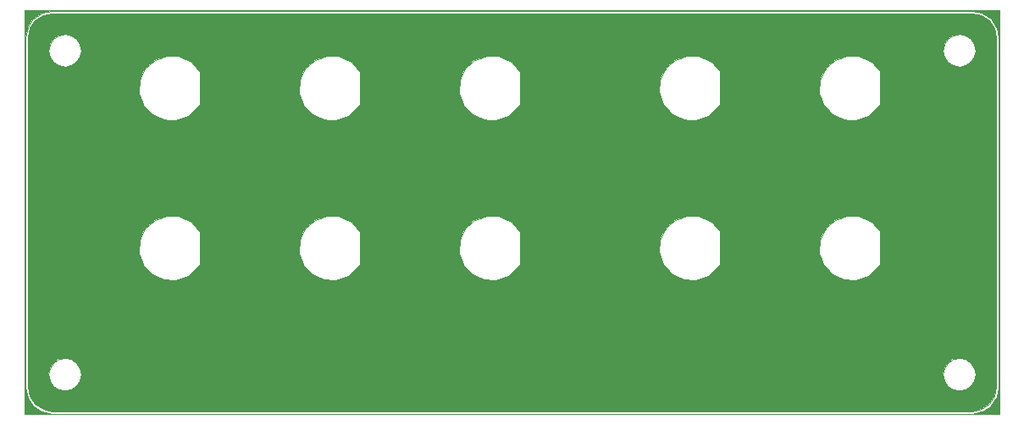
<source format=gtl>
G04 #@! TF.FileFunction,Copper,L1,Top,Signal*
%FSLAX46Y46*%
G04 Gerber Fmt 4.6, Leading zero omitted, Abs format (unit mm)*
G04 Created by KiCad (PCBNEW no-bzr-kicad_new3d-viewer) date 06/27/16 23:32:51*
%MOMM*%
%LPD*%
G01*
G04 APERTURE LIST*
%ADD10C,0.100000*%
G04 APERTURE END LIST*
D10*
G36*
X33256034Y-77494890D02*
X130656034Y-77494890D01*
X130656034Y-39794890D01*
X130581034Y-39794890D01*
X130581034Y-74794890D01*
X130578632Y-74806966D01*
X130578632Y-74819276D01*
X130388331Y-75775985D01*
X130388331Y-75775986D01*
X130369667Y-75821045D01*
X129827735Y-76632103D01*
X129793247Y-76666591D01*
X128982190Y-77208522D01*
X128982189Y-77208523D01*
X128955794Y-77219456D01*
X128937130Y-77227187D01*
X128937129Y-77227187D01*
X127980420Y-77417488D01*
X127968110Y-77417488D01*
X127956034Y-77419890D01*
X35956034Y-77419890D01*
X35943958Y-77417488D01*
X35931648Y-77417488D01*
X34974939Y-77227187D01*
X34974938Y-77227187D01*
X34929879Y-77208523D01*
X34118821Y-76666591D01*
X34084333Y-76632103D01*
X33542402Y-75821046D01*
X33542401Y-75821045D01*
X33523737Y-75775985D01*
X33333436Y-74819276D01*
X33333436Y-74806966D01*
X33331034Y-74794890D01*
X33331034Y-39794890D01*
X33333436Y-39782814D01*
X33333436Y-39770504D01*
X33523737Y-38813795D01*
X33542401Y-38768735D01*
X33542402Y-38768734D01*
X34084333Y-37957677D01*
X34118821Y-37923189D01*
X34929879Y-37381257D01*
X34974938Y-37362593D01*
X34974939Y-37362593D01*
X35931648Y-37172292D01*
X35943958Y-37172292D01*
X35956034Y-37169890D01*
X127956034Y-37169890D01*
X127968110Y-37172292D01*
X127980420Y-37172292D01*
X128937129Y-37362593D01*
X128955794Y-37370324D01*
X128982189Y-37381257D01*
X128982190Y-37381258D01*
X129793247Y-37923189D01*
X129827735Y-37957677D01*
X130369666Y-38768734D01*
X130369667Y-38768735D01*
X130388331Y-38813795D01*
X130578632Y-39770504D01*
X130578632Y-39782814D01*
X130581034Y-39794890D01*
X130656034Y-39794890D01*
X130656034Y-37094890D01*
X33256034Y-37094890D01*
X33256034Y-77494890D01*
X33256034Y-77494890D01*
G37*
X33256034Y-77494890D02*
X130656034Y-77494890D01*
X130656034Y-39794890D01*
X130581034Y-39794890D01*
X130581034Y-74794890D01*
X130578632Y-74806966D01*
X130578632Y-74819276D01*
X130388331Y-75775985D01*
X130388331Y-75775986D01*
X130369667Y-75821045D01*
X129827735Y-76632103D01*
X129793247Y-76666591D01*
X128982190Y-77208522D01*
X128982189Y-77208523D01*
X128955794Y-77219456D01*
X128937130Y-77227187D01*
X128937129Y-77227187D01*
X127980420Y-77417488D01*
X127968110Y-77417488D01*
X127956034Y-77419890D01*
X35956034Y-77419890D01*
X35943958Y-77417488D01*
X35931648Y-77417488D01*
X34974939Y-77227187D01*
X34974938Y-77227187D01*
X34929879Y-77208523D01*
X34118821Y-76666591D01*
X34084333Y-76632103D01*
X33542402Y-75821046D01*
X33542401Y-75821045D01*
X33523737Y-75775985D01*
X33333436Y-74819276D01*
X33333436Y-74806966D01*
X33331034Y-74794890D01*
X33331034Y-39794890D01*
X33333436Y-39782814D01*
X33333436Y-39770504D01*
X33523737Y-38813795D01*
X33542401Y-38768735D01*
X33542402Y-38768734D01*
X34084333Y-37957677D01*
X34118821Y-37923189D01*
X34929879Y-37381257D01*
X34974938Y-37362593D01*
X34974939Y-37362593D01*
X35931648Y-37172292D01*
X35943958Y-37172292D01*
X35956034Y-37169890D01*
X127956034Y-37169890D01*
X127968110Y-37172292D01*
X127980420Y-37172292D01*
X128937129Y-37362593D01*
X128955794Y-37370324D01*
X128982189Y-37381257D01*
X128982190Y-37381258D01*
X129793247Y-37923189D01*
X129827735Y-37957677D01*
X130369666Y-38768734D01*
X130369667Y-38768735D01*
X130388331Y-38813795D01*
X130578632Y-39770504D01*
X130578632Y-39782814D01*
X130581034Y-39794890D01*
X130656034Y-39794890D01*
X130656034Y-37094890D01*
X33256034Y-37094890D01*
X33256034Y-77494890D01*
G36*
X35048098Y-37602938D02*
X34278387Y-38117242D01*
X33764082Y-38886954D01*
X33581034Y-39807200D01*
X33581034Y-74782580D01*
X33764082Y-75702826D01*
X34278387Y-76472538D01*
X35048098Y-76986842D01*
X35968344Y-77169890D01*
X127943724Y-77169890D01*
X128863970Y-76986842D01*
X129633682Y-76472537D01*
X130147986Y-75702826D01*
X130331034Y-74782580D01*
X130331034Y-73494890D01*
X128281034Y-73494890D01*
X128157338Y-74116751D01*
X127805083Y-74643939D01*
X127277895Y-74996194D01*
X126656034Y-75119890D01*
X126034173Y-74996194D01*
X125506985Y-74643939D01*
X125154730Y-74116751D01*
X125031034Y-73494890D01*
X38881034Y-73494890D01*
X38757338Y-74116751D01*
X38405083Y-74643939D01*
X37877895Y-74996194D01*
X37256034Y-75119890D01*
X36634173Y-74996194D01*
X36106985Y-74643939D01*
X35754730Y-74116751D01*
X35631034Y-73494890D01*
X35754730Y-72873029D01*
X36106985Y-72345841D01*
X36634173Y-71993586D01*
X37256034Y-71869890D01*
X37877895Y-71993586D01*
X38405083Y-72345841D01*
X38757338Y-72873029D01*
X38881034Y-73494890D01*
X125031034Y-73494890D01*
X125154730Y-72873029D01*
X125506985Y-72345841D01*
X126034173Y-71993586D01*
X126656034Y-71869890D01*
X127277895Y-71993586D01*
X127805083Y-72345841D01*
X128157338Y-72873029D01*
X128281034Y-73494890D01*
X130331034Y-73494890D01*
X130331034Y-62453489D01*
X118737790Y-62453489D01*
X118719255Y-62498601D01*
X118521619Y-62796220D01*
X118510459Y-62807444D01*
X118500967Y-62820109D01*
X117589514Y-63637928D01*
X117547556Y-63662792D01*
X117547554Y-63662792D01*
X116392517Y-64069561D01*
X116344238Y-64076475D01*
X115695564Y-64041352D01*
X115660774Y-64044665D01*
X115645733Y-64043817D01*
X115612714Y-64036866D01*
X115121459Y-64010266D01*
X115121458Y-64010266D01*
X115074208Y-63998179D01*
X114796140Y-63864955D01*
X114695733Y-63843817D01*
X114678871Y-63836869D01*
X114511578Y-63728620D01*
X113969843Y-63469073D01*
X113930815Y-63439823D01*
X113112996Y-62528370D01*
X113088132Y-62486412D01*
X113088132Y-62486410D01*
X113076539Y-62453489D01*
X102737790Y-62453489D01*
X102719255Y-62498601D01*
X102521619Y-62796220D01*
X102510459Y-62807444D01*
X102500967Y-62820109D01*
X101589514Y-63637928D01*
X101547556Y-63662792D01*
X101547554Y-63662792D01*
X100392517Y-64069561D01*
X100344238Y-64076475D01*
X99695564Y-64041352D01*
X99660774Y-64044665D01*
X99645733Y-64043817D01*
X99612714Y-64036866D01*
X99121459Y-64010266D01*
X99121458Y-64010266D01*
X99074208Y-63998179D01*
X98796140Y-63864955D01*
X98695733Y-63843817D01*
X98678871Y-63836869D01*
X98511578Y-63728620D01*
X97969843Y-63469073D01*
X97930815Y-63439823D01*
X97112996Y-62528370D01*
X97088132Y-62486412D01*
X97088132Y-62486410D01*
X97076539Y-62453489D01*
X82737790Y-62453489D01*
X82719255Y-62498601D01*
X82521619Y-62796220D01*
X82510459Y-62807444D01*
X82500967Y-62820109D01*
X81589514Y-63637928D01*
X81547556Y-63662792D01*
X81547554Y-63662792D01*
X80392517Y-64069561D01*
X80344238Y-64076475D01*
X79695564Y-64041352D01*
X79660774Y-64044665D01*
X79645733Y-64043817D01*
X79612714Y-64036866D01*
X79121459Y-64010266D01*
X79121458Y-64010266D01*
X79074208Y-63998179D01*
X78796140Y-63864955D01*
X78695733Y-63843817D01*
X78678871Y-63836869D01*
X78511578Y-63728620D01*
X77969843Y-63469073D01*
X77930815Y-63439823D01*
X77112996Y-62528370D01*
X77088132Y-62486412D01*
X77088132Y-62486410D01*
X77076539Y-62453489D01*
X66737790Y-62453489D01*
X66719255Y-62498601D01*
X66521619Y-62796220D01*
X66510459Y-62807444D01*
X66500967Y-62820109D01*
X65589514Y-63637928D01*
X65547556Y-63662792D01*
X65547554Y-63662792D01*
X64392517Y-64069561D01*
X64344238Y-64076475D01*
X63695564Y-64041352D01*
X63660774Y-64044665D01*
X63645733Y-64043817D01*
X63612714Y-64036866D01*
X63121459Y-64010266D01*
X63121458Y-64010266D01*
X63074208Y-63998179D01*
X62796140Y-63864955D01*
X62695733Y-63843817D01*
X62678871Y-63836869D01*
X62511578Y-63728620D01*
X61969843Y-63469073D01*
X61930815Y-63439823D01*
X61112996Y-62528370D01*
X61088132Y-62486412D01*
X61088132Y-62486410D01*
X61076539Y-62453489D01*
X50737790Y-62453489D01*
X50719255Y-62498601D01*
X50521619Y-62796220D01*
X50510459Y-62807444D01*
X50500967Y-62820109D01*
X49589514Y-63637928D01*
X49547556Y-63662792D01*
X49547554Y-63662792D01*
X48392517Y-64069561D01*
X48344238Y-64076475D01*
X47695564Y-64041352D01*
X47660774Y-64044665D01*
X47645733Y-64043817D01*
X47612714Y-64036866D01*
X47121459Y-64010266D01*
X47121458Y-64010266D01*
X47074208Y-63998179D01*
X46796140Y-63864955D01*
X46695733Y-63843817D01*
X46678871Y-63836869D01*
X46511578Y-63728620D01*
X45969843Y-63469073D01*
X45930815Y-63439823D01*
X45112996Y-62528370D01*
X45088132Y-62486412D01*
X45088132Y-62486410D01*
X44890975Y-61926574D01*
X44861313Y-61867251D01*
X44856714Y-61853110D01*
X44849177Y-61807888D01*
X44681363Y-61331373D01*
X44674449Y-61283094D01*
X44674449Y-61283093D01*
X44740658Y-60060315D01*
X44752745Y-60013064D01*
X45281851Y-58908700D01*
X45311101Y-58869671D01*
X46222554Y-58051852D01*
X46264512Y-58026988D01*
X47419551Y-57620220D01*
X47467830Y-57613305D01*
X48690609Y-57679514D01*
X48737860Y-57691601D01*
X49343120Y-57981584D01*
X49523319Y-58047973D01*
X49540057Y-58058250D01*
X49579409Y-58094791D01*
X49842224Y-58220707D01*
X49881253Y-58249957D01*
X50699072Y-59161410D01*
X50709816Y-59179540D01*
X50721519Y-59197055D01*
X50722188Y-59200418D01*
X50723936Y-59203368D01*
X50726923Y-59224222D01*
X50731034Y-59244890D01*
X50731034Y-62388869D01*
X50737651Y-62404716D01*
X50737790Y-62453489D01*
X61076539Y-62453489D01*
X60890975Y-61926574D01*
X60861313Y-61867251D01*
X60856714Y-61853110D01*
X60849177Y-61807888D01*
X60681363Y-61331373D01*
X60674449Y-61283094D01*
X60674449Y-61283093D01*
X60740658Y-60060315D01*
X60752745Y-60013064D01*
X61281851Y-58908700D01*
X61311101Y-58869671D01*
X62222554Y-58051852D01*
X62264512Y-58026988D01*
X63419551Y-57620220D01*
X63467830Y-57613305D01*
X64690609Y-57679514D01*
X64737860Y-57691601D01*
X65343120Y-57981584D01*
X65523319Y-58047973D01*
X65540057Y-58058250D01*
X65579409Y-58094791D01*
X65842224Y-58220707D01*
X65881253Y-58249957D01*
X66699072Y-59161410D01*
X66709816Y-59179540D01*
X66721519Y-59197055D01*
X66722188Y-59200418D01*
X66723936Y-59203368D01*
X66726923Y-59224222D01*
X66731034Y-59244890D01*
X66731034Y-62388869D01*
X66737651Y-62404716D01*
X66737790Y-62453489D01*
X77076539Y-62453489D01*
X76890975Y-61926574D01*
X76861313Y-61867251D01*
X76856714Y-61853110D01*
X76849177Y-61807888D01*
X76681363Y-61331373D01*
X76674449Y-61283094D01*
X76674449Y-61283093D01*
X76740658Y-60060315D01*
X76752745Y-60013064D01*
X77281851Y-58908700D01*
X77311101Y-58869671D01*
X78222554Y-58051852D01*
X78264512Y-58026988D01*
X79419551Y-57620220D01*
X79467830Y-57613305D01*
X80690609Y-57679514D01*
X80737860Y-57691601D01*
X81343120Y-57981584D01*
X81523319Y-58047973D01*
X81540057Y-58058250D01*
X81579409Y-58094791D01*
X81842224Y-58220707D01*
X81881253Y-58249957D01*
X82699072Y-59161410D01*
X82709816Y-59179540D01*
X82721519Y-59197055D01*
X82722188Y-59200418D01*
X82723936Y-59203368D01*
X82726923Y-59224222D01*
X82731034Y-59244890D01*
X82731034Y-62388869D01*
X82737651Y-62404716D01*
X82737790Y-62453489D01*
X97076539Y-62453489D01*
X96890975Y-61926574D01*
X96861313Y-61867251D01*
X96856714Y-61853110D01*
X96849177Y-61807888D01*
X96681363Y-61331373D01*
X96674449Y-61283094D01*
X96674449Y-61283093D01*
X96740658Y-60060315D01*
X96752745Y-60013064D01*
X97281851Y-58908700D01*
X97311101Y-58869671D01*
X98222554Y-58051852D01*
X98264512Y-58026988D01*
X99419551Y-57620220D01*
X99467830Y-57613305D01*
X100690609Y-57679514D01*
X100737860Y-57691601D01*
X101343120Y-57981584D01*
X101523319Y-58047973D01*
X101540057Y-58058250D01*
X101579409Y-58094791D01*
X101842224Y-58220707D01*
X101881253Y-58249957D01*
X102699072Y-59161410D01*
X102709816Y-59179540D01*
X102721519Y-59197055D01*
X102722188Y-59200418D01*
X102723936Y-59203368D01*
X102726923Y-59224222D01*
X102731034Y-59244890D01*
X102731034Y-62388869D01*
X102737651Y-62404716D01*
X102737790Y-62453489D01*
X113076539Y-62453489D01*
X112890975Y-61926574D01*
X112861313Y-61867251D01*
X112856714Y-61853110D01*
X112849177Y-61807888D01*
X112681363Y-61331373D01*
X112674449Y-61283094D01*
X112674449Y-61283093D01*
X112740658Y-60060315D01*
X112752745Y-60013064D01*
X113281851Y-58908700D01*
X113311101Y-58869671D01*
X114222554Y-58051852D01*
X114264512Y-58026988D01*
X115419551Y-57620220D01*
X115467830Y-57613305D01*
X116690609Y-57679514D01*
X116737860Y-57691601D01*
X117343120Y-57981584D01*
X117523319Y-58047973D01*
X117540057Y-58058250D01*
X117579409Y-58094791D01*
X117842224Y-58220707D01*
X117881253Y-58249957D01*
X118699072Y-59161410D01*
X118709816Y-59179540D01*
X118721519Y-59197055D01*
X118722188Y-59200418D01*
X118723936Y-59203368D01*
X118726923Y-59224222D01*
X118731034Y-59244890D01*
X118731034Y-62388869D01*
X118737651Y-62404716D01*
X118737790Y-62453489D01*
X130331034Y-62453489D01*
X130331034Y-46453489D01*
X118737790Y-46453489D01*
X118719255Y-46498601D01*
X118521619Y-46796220D01*
X118510459Y-46807444D01*
X118500967Y-46820109D01*
X117589514Y-47637928D01*
X117547556Y-47662792D01*
X117547554Y-47662792D01*
X116392517Y-48069561D01*
X116344238Y-48076475D01*
X115695564Y-48041352D01*
X115660774Y-48044665D01*
X115645733Y-48043817D01*
X115612714Y-48036866D01*
X115121459Y-48010266D01*
X115121458Y-48010266D01*
X115074208Y-47998179D01*
X114796140Y-47864955D01*
X114695733Y-47843817D01*
X114678871Y-47836869D01*
X114511578Y-47728620D01*
X113969843Y-47469073D01*
X113930815Y-47439823D01*
X113112996Y-46528370D01*
X113088132Y-46486412D01*
X113088132Y-46486410D01*
X113076539Y-46453489D01*
X102737790Y-46453489D01*
X102719255Y-46498601D01*
X102521619Y-46796220D01*
X102510459Y-46807444D01*
X102500967Y-46820109D01*
X101589514Y-47637928D01*
X101547556Y-47662792D01*
X101547554Y-47662792D01*
X100392517Y-48069561D01*
X100344238Y-48076475D01*
X99695564Y-48041352D01*
X99660774Y-48044665D01*
X99645733Y-48043817D01*
X99612714Y-48036866D01*
X99121459Y-48010266D01*
X99121458Y-48010266D01*
X99074208Y-47998179D01*
X98796140Y-47864955D01*
X98695733Y-47843817D01*
X98678871Y-47836869D01*
X98511578Y-47728620D01*
X97969843Y-47469073D01*
X97930815Y-47439823D01*
X97112996Y-46528370D01*
X97088132Y-46486412D01*
X97088132Y-46486410D01*
X97076539Y-46453489D01*
X82737790Y-46453489D01*
X82719255Y-46498601D01*
X82521619Y-46796220D01*
X82510459Y-46807444D01*
X82500967Y-46820109D01*
X81589514Y-47637928D01*
X81547556Y-47662792D01*
X81547554Y-47662792D01*
X80392517Y-48069561D01*
X80344238Y-48076475D01*
X79695564Y-48041352D01*
X79660774Y-48044665D01*
X79645733Y-48043817D01*
X79612714Y-48036866D01*
X79121459Y-48010266D01*
X79121458Y-48010266D01*
X79074208Y-47998179D01*
X78796140Y-47864955D01*
X78695733Y-47843817D01*
X78678871Y-47836869D01*
X78511578Y-47728620D01*
X77969843Y-47469073D01*
X77930815Y-47439823D01*
X77112996Y-46528370D01*
X77088132Y-46486412D01*
X77088132Y-46486410D01*
X77076539Y-46453489D01*
X66737790Y-46453489D01*
X66719255Y-46498601D01*
X66521619Y-46796220D01*
X66510459Y-46807444D01*
X66500967Y-46820109D01*
X65589514Y-47637928D01*
X65547556Y-47662792D01*
X65547554Y-47662792D01*
X64392517Y-48069561D01*
X64344238Y-48076475D01*
X63695564Y-48041352D01*
X63660774Y-48044665D01*
X63645733Y-48043817D01*
X63612714Y-48036866D01*
X63121459Y-48010266D01*
X63121458Y-48010266D01*
X63074208Y-47998179D01*
X62796140Y-47864955D01*
X62695733Y-47843817D01*
X62678871Y-47836869D01*
X62511578Y-47728620D01*
X61969843Y-47469073D01*
X61930815Y-47439823D01*
X61112996Y-46528370D01*
X61088132Y-46486412D01*
X61088132Y-46486410D01*
X61076539Y-46453489D01*
X50737790Y-46453489D01*
X50719255Y-46498601D01*
X50521619Y-46796220D01*
X50510459Y-46807444D01*
X50500967Y-46820109D01*
X49589514Y-47637928D01*
X49547556Y-47662792D01*
X49547554Y-47662792D01*
X48392517Y-48069561D01*
X48344238Y-48076475D01*
X47695564Y-48041352D01*
X47660774Y-48044665D01*
X47645733Y-48043817D01*
X47612714Y-48036866D01*
X47121459Y-48010266D01*
X47121458Y-48010266D01*
X47074208Y-47998179D01*
X46796140Y-47864955D01*
X46695733Y-47843817D01*
X46678871Y-47836869D01*
X46511578Y-47728620D01*
X45969843Y-47469073D01*
X45930815Y-47439823D01*
X45112996Y-46528370D01*
X45088132Y-46486412D01*
X45088132Y-46486410D01*
X44890975Y-45926574D01*
X44861313Y-45867251D01*
X44856714Y-45853110D01*
X44849177Y-45807888D01*
X44681363Y-45331373D01*
X44674449Y-45283094D01*
X44674449Y-45283093D01*
X44740658Y-44060315D01*
X44752745Y-44013064D01*
X45281851Y-42908700D01*
X45311101Y-42869671D01*
X46222554Y-42051852D01*
X46264512Y-42026988D01*
X47419551Y-41620220D01*
X47467830Y-41613305D01*
X48690609Y-41679514D01*
X48737860Y-41691601D01*
X49343120Y-41981584D01*
X49523319Y-42047973D01*
X49540057Y-42058250D01*
X49579409Y-42094791D01*
X49842224Y-42220707D01*
X49873223Y-42243939D01*
X49881253Y-42249957D01*
X50699072Y-43161410D01*
X50709816Y-43179540D01*
X50721519Y-43197055D01*
X50722188Y-43200418D01*
X50723936Y-43203368D01*
X50726923Y-43224222D01*
X50731034Y-43244890D01*
X50731034Y-46388869D01*
X50737651Y-46404716D01*
X50737790Y-46453489D01*
X61076539Y-46453489D01*
X60890975Y-45926574D01*
X60861313Y-45867251D01*
X60856714Y-45853110D01*
X60849177Y-45807888D01*
X60681363Y-45331373D01*
X60674449Y-45283094D01*
X60674449Y-45283093D01*
X60740658Y-44060315D01*
X60752745Y-44013064D01*
X61281851Y-42908700D01*
X61311101Y-42869671D01*
X62222554Y-42051852D01*
X62264512Y-42026988D01*
X63419551Y-41620220D01*
X63467830Y-41613305D01*
X64690609Y-41679514D01*
X64737860Y-41691601D01*
X65343120Y-41981584D01*
X65523319Y-42047973D01*
X65540057Y-42058250D01*
X65579409Y-42094791D01*
X65842224Y-42220707D01*
X65873223Y-42243939D01*
X65881253Y-42249957D01*
X66699072Y-43161410D01*
X66709816Y-43179540D01*
X66721519Y-43197055D01*
X66722188Y-43200418D01*
X66723936Y-43203368D01*
X66726923Y-43224222D01*
X66731034Y-43244890D01*
X66731034Y-46388869D01*
X66737651Y-46404716D01*
X66737790Y-46453489D01*
X77076539Y-46453489D01*
X76890975Y-45926574D01*
X76861313Y-45867251D01*
X76856714Y-45853110D01*
X76849177Y-45807888D01*
X76681363Y-45331373D01*
X76674449Y-45283094D01*
X76674449Y-45283093D01*
X76740658Y-44060315D01*
X76752745Y-44013064D01*
X77281851Y-42908700D01*
X77311101Y-42869671D01*
X78222554Y-42051852D01*
X78264512Y-42026988D01*
X79419551Y-41620220D01*
X79467830Y-41613305D01*
X80690609Y-41679514D01*
X80737860Y-41691601D01*
X81343120Y-41981584D01*
X81523319Y-42047973D01*
X81540057Y-42058250D01*
X81579409Y-42094791D01*
X81842224Y-42220707D01*
X81873223Y-42243939D01*
X81881253Y-42249957D01*
X82699072Y-43161410D01*
X82709816Y-43179540D01*
X82721519Y-43197055D01*
X82722188Y-43200418D01*
X82723936Y-43203368D01*
X82726923Y-43224222D01*
X82731034Y-43244890D01*
X82731034Y-46388869D01*
X82737651Y-46404716D01*
X82737790Y-46453489D01*
X97076539Y-46453489D01*
X96890975Y-45926574D01*
X96861313Y-45867251D01*
X96856714Y-45853110D01*
X96849177Y-45807888D01*
X96681363Y-45331373D01*
X96674449Y-45283094D01*
X96674449Y-45283093D01*
X96740658Y-44060315D01*
X96752745Y-44013064D01*
X97281851Y-42908700D01*
X97311101Y-42869671D01*
X98222554Y-42051852D01*
X98264512Y-42026988D01*
X99419551Y-41620220D01*
X99467830Y-41613305D01*
X100690609Y-41679514D01*
X100737860Y-41691601D01*
X101343120Y-41981584D01*
X101523319Y-42047973D01*
X101540057Y-42058250D01*
X101579409Y-42094791D01*
X101842224Y-42220707D01*
X101873223Y-42243939D01*
X101881253Y-42249957D01*
X102699072Y-43161410D01*
X102709816Y-43179540D01*
X102721519Y-43197055D01*
X102722188Y-43200418D01*
X102723936Y-43203368D01*
X102726923Y-43224222D01*
X102731034Y-43244890D01*
X102731034Y-46388869D01*
X102737651Y-46404716D01*
X102737790Y-46453489D01*
X113076539Y-46453489D01*
X112890975Y-45926574D01*
X112861313Y-45867251D01*
X112856714Y-45853110D01*
X112849177Y-45807888D01*
X112681363Y-45331373D01*
X112674449Y-45283094D01*
X112674449Y-45283093D01*
X112740658Y-44060315D01*
X112752745Y-44013064D01*
X113281851Y-42908700D01*
X113311101Y-42869671D01*
X114222554Y-42051852D01*
X114264512Y-42026988D01*
X115419551Y-41620220D01*
X115467830Y-41613305D01*
X116690609Y-41679514D01*
X116737860Y-41691601D01*
X117343120Y-41981584D01*
X117523319Y-42047973D01*
X117540057Y-42058250D01*
X117579409Y-42094791D01*
X117842224Y-42220707D01*
X117873223Y-42243939D01*
X117881253Y-42249957D01*
X118699072Y-43161410D01*
X118709816Y-43179540D01*
X118721519Y-43197055D01*
X118722188Y-43200418D01*
X118723936Y-43203368D01*
X118726923Y-43224222D01*
X118731034Y-43244890D01*
X118731034Y-46388869D01*
X118737651Y-46404716D01*
X118737790Y-46453489D01*
X130331034Y-46453489D01*
X130331034Y-41094890D01*
X128281034Y-41094890D01*
X128157338Y-41716751D01*
X127805083Y-42243939D01*
X127277895Y-42596194D01*
X126656034Y-42719890D01*
X126034173Y-42596194D01*
X125506985Y-42243939D01*
X125154730Y-41716751D01*
X125031034Y-41094890D01*
X38881034Y-41094890D01*
X38757338Y-41716751D01*
X38405083Y-42243939D01*
X37877895Y-42596194D01*
X37256034Y-42719890D01*
X36634173Y-42596194D01*
X36106985Y-42243939D01*
X35754730Y-41716751D01*
X35631034Y-41094890D01*
X35754730Y-40473029D01*
X36106985Y-39945841D01*
X36634173Y-39593586D01*
X37256034Y-39469890D01*
X37877895Y-39593586D01*
X38405083Y-39945841D01*
X38757338Y-40473029D01*
X38881034Y-41094890D01*
X125031034Y-41094890D01*
X125154730Y-40473029D01*
X125506985Y-39945841D01*
X126034173Y-39593586D01*
X126656034Y-39469890D01*
X127277895Y-39593586D01*
X127805083Y-39945841D01*
X128157338Y-40473029D01*
X128281034Y-41094890D01*
X130331034Y-41094890D01*
X130331034Y-39807200D01*
X130147986Y-38886954D01*
X129633682Y-38117243D01*
X128863970Y-37602938D01*
X127943724Y-37419890D01*
X35968344Y-37419890D01*
X35048098Y-37602938D01*
X35048098Y-37602938D01*
G37*
X35048098Y-37602938D02*
X34278387Y-38117242D01*
X33764082Y-38886954D01*
X33581034Y-39807200D01*
X33581034Y-74782580D01*
X33764082Y-75702826D01*
X34278387Y-76472538D01*
X35048098Y-76986842D01*
X35968344Y-77169890D01*
X127943724Y-77169890D01*
X128863970Y-76986842D01*
X129633682Y-76472537D01*
X130147986Y-75702826D01*
X130331034Y-74782580D01*
X130331034Y-73494890D01*
X128281034Y-73494890D01*
X128157338Y-74116751D01*
X127805083Y-74643939D01*
X127277895Y-74996194D01*
X126656034Y-75119890D01*
X126034173Y-74996194D01*
X125506985Y-74643939D01*
X125154730Y-74116751D01*
X125031034Y-73494890D01*
X38881034Y-73494890D01*
X38757338Y-74116751D01*
X38405083Y-74643939D01*
X37877895Y-74996194D01*
X37256034Y-75119890D01*
X36634173Y-74996194D01*
X36106985Y-74643939D01*
X35754730Y-74116751D01*
X35631034Y-73494890D01*
X35754730Y-72873029D01*
X36106985Y-72345841D01*
X36634173Y-71993586D01*
X37256034Y-71869890D01*
X37877895Y-71993586D01*
X38405083Y-72345841D01*
X38757338Y-72873029D01*
X38881034Y-73494890D01*
X125031034Y-73494890D01*
X125154730Y-72873029D01*
X125506985Y-72345841D01*
X126034173Y-71993586D01*
X126656034Y-71869890D01*
X127277895Y-71993586D01*
X127805083Y-72345841D01*
X128157338Y-72873029D01*
X128281034Y-73494890D01*
X130331034Y-73494890D01*
X130331034Y-62453489D01*
X118737790Y-62453489D01*
X118719255Y-62498601D01*
X118521619Y-62796220D01*
X118510459Y-62807444D01*
X118500967Y-62820109D01*
X117589514Y-63637928D01*
X117547556Y-63662792D01*
X117547554Y-63662792D01*
X116392517Y-64069561D01*
X116344238Y-64076475D01*
X115695564Y-64041352D01*
X115660774Y-64044665D01*
X115645733Y-64043817D01*
X115612714Y-64036866D01*
X115121459Y-64010266D01*
X115121458Y-64010266D01*
X115074208Y-63998179D01*
X114796140Y-63864955D01*
X114695733Y-63843817D01*
X114678871Y-63836869D01*
X114511578Y-63728620D01*
X113969843Y-63469073D01*
X113930815Y-63439823D01*
X113112996Y-62528370D01*
X113088132Y-62486412D01*
X113088132Y-62486410D01*
X113076539Y-62453489D01*
X102737790Y-62453489D01*
X102719255Y-62498601D01*
X102521619Y-62796220D01*
X102510459Y-62807444D01*
X102500967Y-62820109D01*
X101589514Y-63637928D01*
X101547556Y-63662792D01*
X101547554Y-63662792D01*
X100392517Y-64069561D01*
X100344238Y-64076475D01*
X99695564Y-64041352D01*
X99660774Y-64044665D01*
X99645733Y-64043817D01*
X99612714Y-64036866D01*
X99121459Y-64010266D01*
X99121458Y-64010266D01*
X99074208Y-63998179D01*
X98796140Y-63864955D01*
X98695733Y-63843817D01*
X98678871Y-63836869D01*
X98511578Y-63728620D01*
X97969843Y-63469073D01*
X97930815Y-63439823D01*
X97112996Y-62528370D01*
X97088132Y-62486412D01*
X97088132Y-62486410D01*
X97076539Y-62453489D01*
X82737790Y-62453489D01*
X82719255Y-62498601D01*
X82521619Y-62796220D01*
X82510459Y-62807444D01*
X82500967Y-62820109D01*
X81589514Y-63637928D01*
X81547556Y-63662792D01*
X81547554Y-63662792D01*
X80392517Y-64069561D01*
X80344238Y-64076475D01*
X79695564Y-64041352D01*
X79660774Y-64044665D01*
X79645733Y-64043817D01*
X79612714Y-64036866D01*
X79121459Y-64010266D01*
X79121458Y-64010266D01*
X79074208Y-63998179D01*
X78796140Y-63864955D01*
X78695733Y-63843817D01*
X78678871Y-63836869D01*
X78511578Y-63728620D01*
X77969843Y-63469073D01*
X77930815Y-63439823D01*
X77112996Y-62528370D01*
X77088132Y-62486412D01*
X77088132Y-62486410D01*
X77076539Y-62453489D01*
X66737790Y-62453489D01*
X66719255Y-62498601D01*
X66521619Y-62796220D01*
X66510459Y-62807444D01*
X66500967Y-62820109D01*
X65589514Y-63637928D01*
X65547556Y-63662792D01*
X65547554Y-63662792D01*
X64392517Y-64069561D01*
X64344238Y-64076475D01*
X63695564Y-64041352D01*
X63660774Y-64044665D01*
X63645733Y-64043817D01*
X63612714Y-64036866D01*
X63121459Y-64010266D01*
X63121458Y-64010266D01*
X63074208Y-63998179D01*
X62796140Y-63864955D01*
X62695733Y-63843817D01*
X62678871Y-63836869D01*
X62511578Y-63728620D01*
X61969843Y-63469073D01*
X61930815Y-63439823D01*
X61112996Y-62528370D01*
X61088132Y-62486412D01*
X61088132Y-62486410D01*
X61076539Y-62453489D01*
X50737790Y-62453489D01*
X50719255Y-62498601D01*
X50521619Y-62796220D01*
X50510459Y-62807444D01*
X50500967Y-62820109D01*
X49589514Y-63637928D01*
X49547556Y-63662792D01*
X49547554Y-63662792D01*
X48392517Y-64069561D01*
X48344238Y-64076475D01*
X47695564Y-64041352D01*
X47660774Y-64044665D01*
X47645733Y-64043817D01*
X47612714Y-64036866D01*
X47121459Y-64010266D01*
X47121458Y-64010266D01*
X47074208Y-63998179D01*
X46796140Y-63864955D01*
X46695733Y-63843817D01*
X46678871Y-63836869D01*
X46511578Y-63728620D01*
X45969843Y-63469073D01*
X45930815Y-63439823D01*
X45112996Y-62528370D01*
X45088132Y-62486412D01*
X45088132Y-62486410D01*
X44890975Y-61926574D01*
X44861313Y-61867251D01*
X44856714Y-61853110D01*
X44849177Y-61807888D01*
X44681363Y-61331373D01*
X44674449Y-61283094D01*
X44674449Y-61283093D01*
X44740658Y-60060315D01*
X44752745Y-60013064D01*
X45281851Y-58908700D01*
X45311101Y-58869671D01*
X46222554Y-58051852D01*
X46264512Y-58026988D01*
X47419551Y-57620220D01*
X47467830Y-57613305D01*
X48690609Y-57679514D01*
X48737860Y-57691601D01*
X49343120Y-57981584D01*
X49523319Y-58047973D01*
X49540057Y-58058250D01*
X49579409Y-58094791D01*
X49842224Y-58220707D01*
X49881253Y-58249957D01*
X50699072Y-59161410D01*
X50709816Y-59179540D01*
X50721519Y-59197055D01*
X50722188Y-59200418D01*
X50723936Y-59203368D01*
X50726923Y-59224222D01*
X50731034Y-59244890D01*
X50731034Y-62388869D01*
X50737651Y-62404716D01*
X50737790Y-62453489D01*
X61076539Y-62453489D01*
X60890975Y-61926574D01*
X60861313Y-61867251D01*
X60856714Y-61853110D01*
X60849177Y-61807888D01*
X60681363Y-61331373D01*
X60674449Y-61283094D01*
X60674449Y-61283093D01*
X60740658Y-60060315D01*
X60752745Y-60013064D01*
X61281851Y-58908700D01*
X61311101Y-58869671D01*
X62222554Y-58051852D01*
X62264512Y-58026988D01*
X63419551Y-57620220D01*
X63467830Y-57613305D01*
X64690609Y-57679514D01*
X64737860Y-57691601D01*
X65343120Y-57981584D01*
X65523319Y-58047973D01*
X65540057Y-58058250D01*
X65579409Y-58094791D01*
X65842224Y-58220707D01*
X65881253Y-58249957D01*
X66699072Y-59161410D01*
X66709816Y-59179540D01*
X66721519Y-59197055D01*
X66722188Y-59200418D01*
X66723936Y-59203368D01*
X66726923Y-59224222D01*
X66731034Y-59244890D01*
X66731034Y-62388869D01*
X66737651Y-62404716D01*
X66737790Y-62453489D01*
X77076539Y-62453489D01*
X76890975Y-61926574D01*
X76861313Y-61867251D01*
X76856714Y-61853110D01*
X76849177Y-61807888D01*
X76681363Y-61331373D01*
X76674449Y-61283094D01*
X76674449Y-61283093D01*
X76740658Y-60060315D01*
X76752745Y-60013064D01*
X77281851Y-58908700D01*
X77311101Y-58869671D01*
X78222554Y-58051852D01*
X78264512Y-58026988D01*
X79419551Y-57620220D01*
X79467830Y-57613305D01*
X80690609Y-57679514D01*
X80737860Y-57691601D01*
X81343120Y-57981584D01*
X81523319Y-58047973D01*
X81540057Y-58058250D01*
X81579409Y-58094791D01*
X81842224Y-58220707D01*
X81881253Y-58249957D01*
X82699072Y-59161410D01*
X82709816Y-59179540D01*
X82721519Y-59197055D01*
X82722188Y-59200418D01*
X82723936Y-59203368D01*
X82726923Y-59224222D01*
X82731034Y-59244890D01*
X82731034Y-62388869D01*
X82737651Y-62404716D01*
X82737790Y-62453489D01*
X97076539Y-62453489D01*
X96890975Y-61926574D01*
X96861313Y-61867251D01*
X96856714Y-61853110D01*
X96849177Y-61807888D01*
X96681363Y-61331373D01*
X96674449Y-61283094D01*
X96674449Y-61283093D01*
X96740658Y-60060315D01*
X96752745Y-60013064D01*
X97281851Y-58908700D01*
X97311101Y-58869671D01*
X98222554Y-58051852D01*
X98264512Y-58026988D01*
X99419551Y-57620220D01*
X99467830Y-57613305D01*
X100690609Y-57679514D01*
X100737860Y-57691601D01*
X101343120Y-57981584D01*
X101523319Y-58047973D01*
X101540057Y-58058250D01*
X101579409Y-58094791D01*
X101842224Y-58220707D01*
X101881253Y-58249957D01*
X102699072Y-59161410D01*
X102709816Y-59179540D01*
X102721519Y-59197055D01*
X102722188Y-59200418D01*
X102723936Y-59203368D01*
X102726923Y-59224222D01*
X102731034Y-59244890D01*
X102731034Y-62388869D01*
X102737651Y-62404716D01*
X102737790Y-62453489D01*
X113076539Y-62453489D01*
X112890975Y-61926574D01*
X112861313Y-61867251D01*
X112856714Y-61853110D01*
X112849177Y-61807888D01*
X112681363Y-61331373D01*
X112674449Y-61283094D01*
X112674449Y-61283093D01*
X112740658Y-60060315D01*
X112752745Y-60013064D01*
X113281851Y-58908700D01*
X113311101Y-58869671D01*
X114222554Y-58051852D01*
X114264512Y-58026988D01*
X115419551Y-57620220D01*
X115467830Y-57613305D01*
X116690609Y-57679514D01*
X116737860Y-57691601D01*
X117343120Y-57981584D01*
X117523319Y-58047973D01*
X117540057Y-58058250D01*
X117579409Y-58094791D01*
X117842224Y-58220707D01*
X117881253Y-58249957D01*
X118699072Y-59161410D01*
X118709816Y-59179540D01*
X118721519Y-59197055D01*
X118722188Y-59200418D01*
X118723936Y-59203368D01*
X118726923Y-59224222D01*
X118731034Y-59244890D01*
X118731034Y-62388869D01*
X118737651Y-62404716D01*
X118737790Y-62453489D01*
X130331034Y-62453489D01*
X130331034Y-46453489D01*
X118737790Y-46453489D01*
X118719255Y-46498601D01*
X118521619Y-46796220D01*
X118510459Y-46807444D01*
X118500967Y-46820109D01*
X117589514Y-47637928D01*
X117547556Y-47662792D01*
X117547554Y-47662792D01*
X116392517Y-48069561D01*
X116344238Y-48076475D01*
X115695564Y-48041352D01*
X115660774Y-48044665D01*
X115645733Y-48043817D01*
X115612714Y-48036866D01*
X115121459Y-48010266D01*
X115121458Y-48010266D01*
X115074208Y-47998179D01*
X114796140Y-47864955D01*
X114695733Y-47843817D01*
X114678871Y-47836869D01*
X114511578Y-47728620D01*
X113969843Y-47469073D01*
X113930815Y-47439823D01*
X113112996Y-46528370D01*
X113088132Y-46486412D01*
X113088132Y-46486410D01*
X113076539Y-46453489D01*
X102737790Y-46453489D01*
X102719255Y-46498601D01*
X102521619Y-46796220D01*
X102510459Y-46807444D01*
X102500967Y-46820109D01*
X101589514Y-47637928D01*
X101547556Y-47662792D01*
X101547554Y-47662792D01*
X100392517Y-48069561D01*
X100344238Y-48076475D01*
X99695564Y-48041352D01*
X99660774Y-48044665D01*
X99645733Y-48043817D01*
X99612714Y-48036866D01*
X99121459Y-48010266D01*
X99121458Y-48010266D01*
X99074208Y-47998179D01*
X98796140Y-47864955D01*
X98695733Y-47843817D01*
X98678871Y-47836869D01*
X98511578Y-47728620D01*
X97969843Y-47469073D01*
X97930815Y-47439823D01*
X97112996Y-46528370D01*
X97088132Y-46486412D01*
X97088132Y-46486410D01*
X97076539Y-46453489D01*
X82737790Y-46453489D01*
X82719255Y-46498601D01*
X82521619Y-46796220D01*
X82510459Y-46807444D01*
X82500967Y-46820109D01*
X81589514Y-47637928D01*
X81547556Y-47662792D01*
X81547554Y-47662792D01*
X80392517Y-48069561D01*
X80344238Y-48076475D01*
X79695564Y-48041352D01*
X79660774Y-48044665D01*
X79645733Y-48043817D01*
X79612714Y-48036866D01*
X79121459Y-48010266D01*
X79121458Y-48010266D01*
X79074208Y-47998179D01*
X78796140Y-47864955D01*
X78695733Y-47843817D01*
X78678871Y-47836869D01*
X78511578Y-47728620D01*
X77969843Y-47469073D01*
X77930815Y-47439823D01*
X77112996Y-46528370D01*
X77088132Y-46486412D01*
X77088132Y-46486410D01*
X77076539Y-46453489D01*
X66737790Y-46453489D01*
X66719255Y-46498601D01*
X66521619Y-46796220D01*
X66510459Y-46807444D01*
X66500967Y-46820109D01*
X65589514Y-47637928D01*
X65547556Y-47662792D01*
X65547554Y-47662792D01*
X64392517Y-48069561D01*
X64344238Y-48076475D01*
X63695564Y-48041352D01*
X63660774Y-48044665D01*
X63645733Y-48043817D01*
X63612714Y-48036866D01*
X63121459Y-48010266D01*
X63121458Y-48010266D01*
X63074208Y-47998179D01*
X62796140Y-47864955D01*
X62695733Y-47843817D01*
X62678871Y-47836869D01*
X62511578Y-47728620D01*
X61969843Y-47469073D01*
X61930815Y-47439823D01*
X61112996Y-46528370D01*
X61088132Y-46486412D01*
X61088132Y-46486410D01*
X61076539Y-46453489D01*
X50737790Y-46453489D01*
X50719255Y-46498601D01*
X50521619Y-46796220D01*
X50510459Y-46807444D01*
X50500967Y-46820109D01*
X49589514Y-47637928D01*
X49547556Y-47662792D01*
X49547554Y-47662792D01*
X48392517Y-48069561D01*
X48344238Y-48076475D01*
X47695564Y-48041352D01*
X47660774Y-48044665D01*
X47645733Y-48043817D01*
X47612714Y-48036866D01*
X47121459Y-48010266D01*
X47121458Y-48010266D01*
X47074208Y-47998179D01*
X46796140Y-47864955D01*
X46695733Y-47843817D01*
X46678871Y-47836869D01*
X46511578Y-47728620D01*
X45969843Y-47469073D01*
X45930815Y-47439823D01*
X45112996Y-46528370D01*
X45088132Y-46486412D01*
X45088132Y-46486410D01*
X44890975Y-45926574D01*
X44861313Y-45867251D01*
X44856714Y-45853110D01*
X44849177Y-45807888D01*
X44681363Y-45331373D01*
X44674449Y-45283094D01*
X44674449Y-45283093D01*
X44740658Y-44060315D01*
X44752745Y-44013064D01*
X45281851Y-42908700D01*
X45311101Y-42869671D01*
X46222554Y-42051852D01*
X46264512Y-42026988D01*
X47419551Y-41620220D01*
X47467830Y-41613305D01*
X48690609Y-41679514D01*
X48737860Y-41691601D01*
X49343120Y-41981584D01*
X49523319Y-42047973D01*
X49540057Y-42058250D01*
X49579409Y-42094791D01*
X49842224Y-42220707D01*
X49873223Y-42243939D01*
X49881253Y-42249957D01*
X50699072Y-43161410D01*
X50709816Y-43179540D01*
X50721519Y-43197055D01*
X50722188Y-43200418D01*
X50723936Y-43203368D01*
X50726923Y-43224222D01*
X50731034Y-43244890D01*
X50731034Y-46388869D01*
X50737651Y-46404716D01*
X50737790Y-46453489D01*
X61076539Y-46453489D01*
X60890975Y-45926574D01*
X60861313Y-45867251D01*
X60856714Y-45853110D01*
X60849177Y-45807888D01*
X60681363Y-45331373D01*
X60674449Y-45283094D01*
X60674449Y-45283093D01*
X60740658Y-44060315D01*
X60752745Y-44013064D01*
X61281851Y-42908700D01*
X61311101Y-42869671D01*
X62222554Y-42051852D01*
X62264512Y-42026988D01*
X63419551Y-41620220D01*
X63467830Y-41613305D01*
X64690609Y-41679514D01*
X64737860Y-41691601D01*
X65343120Y-41981584D01*
X65523319Y-42047973D01*
X65540057Y-42058250D01*
X65579409Y-42094791D01*
X65842224Y-42220707D01*
X65873223Y-42243939D01*
X65881253Y-42249957D01*
X66699072Y-43161410D01*
X66709816Y-43179540D01*
X66721519Y-43197055D01*
X66722188Y-43200418D01*
X66723936Y-43203368D01*
X66726923Y-43224222D01*
X66731034Y-43244890D01*
X66731034Y-46388869D01*
X66737651Y-46404716D01*
X66737790Y-46453489D01*
X77076539Y-46453489D01*
X76890975Y-45926574D01*
X76861313Y-45867251D01*
X76856714Y-45853110D01*
X76849177Y-45807888D01*
X76681363Y-45331373D01*
X76674449Y-45283094D01*
X76674449Y-45283093D01*
X76740658Y-44060315D01*
X76752745Y-44013064D01*
X77281851Y-42908700D01*
X77311101Y-42869671D01*
X78222554Y-42051852D01*
X78264512Y-42026988D01*
X79419551Y-41620220D01*
X79467830Y-41613305D01*
X80690609Y-41679514D01*
X80737860Y-41691601D01*
X81343120Y-41981584D01*
X81523319Y-42047973D01*
X81540057Y-42058250D01*
X81579409Y-42094791D01*
X81842224Y-42220707D01*
X81873223Y-42243939D01*
X81881253Y-42249957D01*
X82699072Y-43161410D01*
X82709816Y-43179540D01*
X82721519Y-43197055D01*
X82722188Y-43200418D01*
X82723936Y-43203368D01*
X82726923Y-43224222D01*
X82731034Y-43244890D01*
X82731034Y-46388869D01*
X82737651Y-46404716D01*
X82737790Y-46453489D01*
X97076539Y-46453489D01*
X96890975Y-45926574D01*
X96861313Y-45867251D01*
X96856714Y-45853110D01*
X96849177Y-45807888D01*
X96681363Y-45331373D01*
X96674449Y-45283094D01*
X96674449Y-45283093D01*
X96740658Y-44060315D01*
X96752745Y-44013064D01*
X97281851Y-42908700D01*
X97311101Y-42869671D01*
X98222554Y-42051852D01*
X98264512Y-42026988D01*
X99419551Y-41620220D01*
X99467830Y-41613305D01*
X100690609Y-41679514D01*
X100737860Y-41691601D01*
X101343120Y-41981584D01*
X101523319Y-42047973D01*
X101540057Y-42058250D01*
X101579409Y-42094791D01*
X101842224Y-42220707D01*
X101873223Y-42243939D01*
X101881253Y-42249957D01*
X102699072Y-43161410D01*
X102709816Y-43179540D01*
X102721519Y-43197055D01*
X102722188Y-43200418D01*
X102723936Y-43203368D01*
X102726923Y-43224222D01*
X102731034Y-43244890D01*
X102731034Y-46388869D01*
X102737651Y-46404716D01*
X102737790Y-46453489D01*
X113076539Y-46453489D01*
X112890975Y-45926574D01*
X112861313Y-45867251D01*
X112856714Y-45853110D01*
X112849177Y-45807888D01*
X112681363Y-45331373D01*
X112674449Y-45283094D01*
X112674449Y-45283093D01*
X112740658Y-44060315D01*
X112752745Y-44013064D01*
X113281851Y-42908700D01*
X113311101Y-42869671D01*
X114222554Y-42051852D01*
X114264512Y-42026988D01*
X115419551Y-41620220D01*
X115467830Y-41613305D01*
X116690609Y-41679514D01*
X116737860Y-41691601D01*
X117343120Y-41981584D01*
X117523319Y-42047973D01*
X117540057Y-42058250D01*
X117579409Y-42094791D01*
X117842224Y-42220707D01*
X117873223Y-42243939D01*
X117881253Y-42249957D01*
X118699072Y-43161410D01*
X118709816Y-43179540D01*
X118721519Y-43197055D01*
X118722188Y-43200418D01*
X118723936Y-43203368D01*
X118726923Y-43224222D01*
X118731034Y-43244890D01*
X118731034Y-46388869D01*
X118737651Y-46404716D01*
X118737790Y-46453489D01*
X130331034Y-46453489D01*
X130331034Y-41094890D01*
X128281034Y-41094890D01*
X128157338Y-41716751D01*
X127805083Y-42243939D01*
X127277895Y-42596194D01*
X126656034Y-42719890D01*
X126034173Y-42596194D01*
X125506985Y-42243939D01*
X125154730Y-41716751D01*
X125031034Y-41094890D01*
X38881034Y-41094890D01*
X38757338Y-41716751D01*
X38405083Y-42243939D01*
X37877895Y-42596194D01*
X37256034Y-42719890D01*
X36634173Y-42596194D01*
X36106985Y-42243939D01*
X35754730Y-41716751D01*
X35631034Y-41094890D01*
X35754730Y-40473029D01*
X36106985Y-39945841D01*
X36634173Y-39593586D01*
X37256034Y-39469890D01*
X37877895Y-39593586D01*
X38405083Y-39945841D01*
X38757338Y-40473029D01*
X38881034Y-41094890D01*
X125031034Y-41094890D01*
X125154730Y-40473029D01*
X125506985Y-39945841D01*
X126034173Y-39593586D01*
X126656034Y-39469890D01*
X127277895Y-39593586D01*
X127805083Y-39945841D01*
X128157338Y-40473029D01*
X128281034Y-41094890D01*
X130331034Y-41094890D01*
X130331034Y-39807200D01*
X130147986Y-38886954D01*
X129633682Y-38117243D01*
X128863970Y-37602938D01*
X127943724Y-37419890D01*
X35968344Y-37419890D01*
X35048098Y-37602938D01*
M02*

</source>
